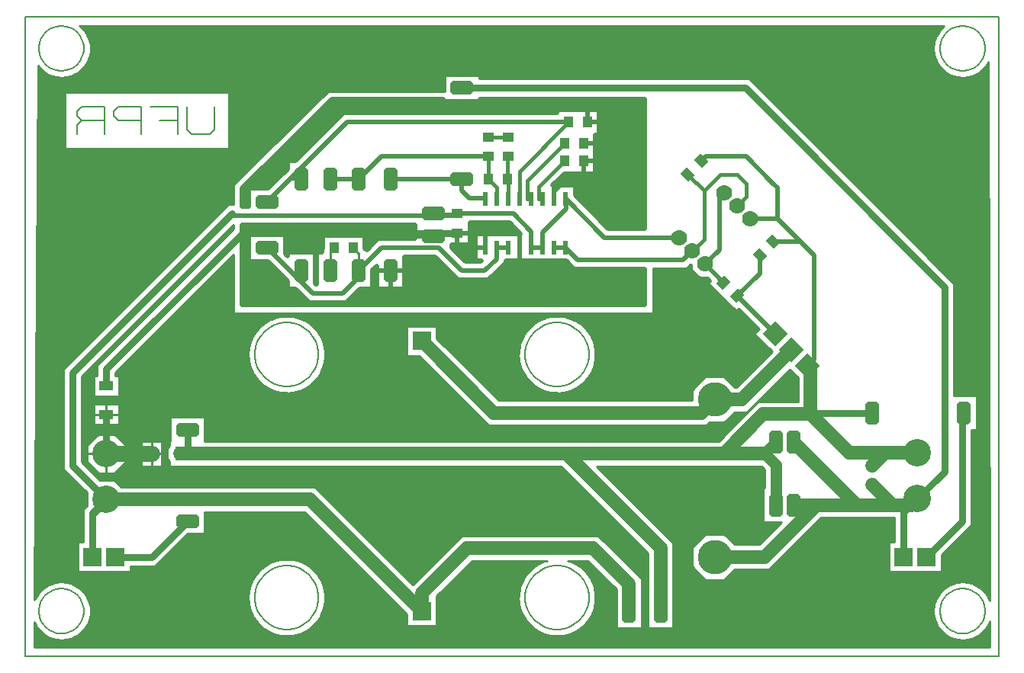
<source format=gbr>
G04 PROTEUS RS274X GERBER FILE*
%FSLAX45Y45*%
%MOMM*%
G01*
%ADD70C,1.524000*%
%ADD71C,1.778000*%
%ADD20C,0.762000*%
%ADD21C,0.508000*%
%ADD10C,0.381000*%
%ADD22C,0.254000*%
%ADD23C,1.270000*%
%ADD11C,0.762000*%
%ADD12C,3.048000*%
%ADD13R,2.032000X2.032000*%
%AMPPAD004*
4,1,4,
0.000000,1.436840,
1.436840,0.000000,
0.000000,-1.436840,
-1.436840,0.000000,
0.000000,1.436840,
0*%
%ADD14PPAD004*%
%ADD15C,3.810000*%
%AMDIL006*
4,1,8,
-0.762000,0.965200,-0.457200,1.270000,0.457200,1.270000,0.762000,0.965200,0.762000,-0.965200,
0.457200,-1.270000,-0.457200,-1.270000,-0.762000,-0.965200,-0.762000,0.965200,
0*%
%ADD16DIL006*%
%ADD24R,1.270000X1.016000*%
%ADD25R,1.016000X1.524000*%
%ADD26R,1.524000X1.016000*%
%ADD27R,0.609600X1.498600*%
%AMPPAD020*
4,1,4,
0.089800,0.808220,
0.808220,0.089800,
-0.089800,-0.808220,
-0.808220,-0.089800,
0.089800,0.808220,
0*%
%ADD28PPAD020*%
%AMPPAD021*
4,1,4,
0.808220,-0.089800,
0.089800,-0.808220,
-0.808220,0.089800,
-0.089800,0.808220,
0.808220,-0.089800,
0*%
%ADD29PPAD021*%
%ADD17C,1.778000*%
%AMDIL008*
4,1,8,
-1.270000,0.457200,-0.965200,0.762000,0.965200,0.762000,1.270000,0.457200,1.270000,-0.457200,
0.965200,-0.762000,-0.965200,-0.762000,-1.270000,-0.457200,-1.270000,0.457200,
0*%
%ADD18DIL008*%
%ADD72R,1.016000X1.270000*%
%ADD19C,0.203200*%
%TD.AperFunction*%
G36*
X+9757520Y+4465102D02*
X+9713824Y+4402466D01*
X+9710550Y+4393613D01*
X+9683591Y+4320704D01*
X+9675909Y+4250000D01*
X+9676773Y+4242043D01*
X+9683591Y+4179296D01*
X+9713824Y+4097534D01*
X+9719227Y+4089788D01*
X+9757520Y+4034898D01*
X+9810649Y+3986974D01*
X+9870586Y+3952896D01*
X+9877997Y+3950548D01*
X+9934592Y+3932623D01*
X+9942139Y+3931854D01*
X+10000000Y+3925961D01*
X+10065408Y+3932623D01*
X+10129414Y+3952896D01*
X+10136169Y+3956736D01*
X+10189351Y+3986974D01*
X+10195310Y+3992349D01*
X+10242480Y+4034898D01*
X+10286176Y+4097534D01*
X+10287750Y+4101791D01*
X+10299025Y-1882281D01*
X+10286176Y-1847534D01*
X+10280773Y-1839788D01*
X+10242480Y-1784898D01*
X+10189351Y-1736974D01*
X+10129414Y-1702896D01*
X+10122003Y-1700548D01*
X+10065408Y-1682623D01*
X+10057861Y-1681854D01*
X+10000000Y-1675961D01*
X+9934592Y-1682623D01*
X+9870586Y-1702896D01*
X+9863831Y-1706736D01*
X+9810649Y-1736974D01*
X+9804690Y-1742349D01*
X+9757520Y-1784898D01*
X+9713824Y-1847534D01*
X+9710550Y-1856387D01*
X+9683591Y-1929296D01*
X+9675909Y-2000000D01*
X+9676773Y-2007957D01*
X+9683591Y-2070704D01*
X+9713824Y-2152466D01*
X+9719227Y-2160212D01*
X+9757520Y-2215102D01*
X+9810649Y-2263026D01*
X+9870586Y-2297104D01*
X+9877997Y-2299452D01*
X+9934592Y-2317377D01*
X+9942139Y-2318146D01*
X+10000000Y-2324039D01*
X+10065408Y-2317377D01*
X+10129414Y-2297104D01*
X+10136169Y-2293264D01*
X+10189351Y-2263026D01*
X+10195310Y-2257651D01*
X+10242480Y-2215102D01*
X+10286176Y-2152466D01*
X+10289450Y-2143613D01*
X+10299466Y-2116526D01*
X+10300000Y-2400000D01*
X-300000Y-2400000D01*
X-298134Y-2120127D01*
X-286176Y-2152466D01*
X-280773Y-2160212D01*
X-242480Y-2215102D01*
X-189351Y-2263026D01*
X-129414Y-2297104D01*
X-122003Y-2299452D01*
X-65408Y-2317377D01*
X-57861Y-2318146D01*
X+0Y-2324039D01*
X+65408Y-2317377D01*
X+129414Y-2297104D01*
X+136169Y-2293264D01*
X+189351Y-2263026D01*
X+195310Y-2257651D01*
X+242480Y-2215102D01*
X+286176Y-2152466D01*
X+289450Y-2143613D01*
X+316409Y-2070704D01*
X+323659Y-2030511D01*
X+323659Y-1969489D01*
X+316409Y-1929296D01*
X+286176Y-1847534D01*
X+280773Y-1839788D01*
X+242480Y-1784898D01*
X+189351Y-1736974D01*
X+129414Y-1702896D01*
X+122003Y-1700548D01*
X+65408Y-1682623D01*
X+57861Y-1681854D01*
X+0Y-1675961D01*
X-65408Y-1682623D01*
X-129414Y-1702896D01*
X-136169Y-1706736D01*
X-189351Y-1736974D01*
X-195310Y-1742349D01*
X-242480Y-1784898D01*
X-286176Y-1847534D01*
X-289450Y-1856387D01*
X-296503Y-1875462D01*
X-256962Y+4055657D01*
X-242480Y+4034898D01*
X-189351Y+3986974D01*
X-129414Y+3952896D01*
X-122003Y+3950548D01*
X-65408Y+3932623D01*
X-57861Y+3931854D01*
X+0Y+3925961D01*
X+65408Y+3932623D01*
X+129414Y+3952896D01*
X+136169Y+3956736D01*
X+189351Y+3986974D01*
X+195310Y+3992349D01*
X+242480Y+4034898D01*
X+286176Y+4097534D01*
X+289450Y+4106387D01*
X+316409Y+4179296D01*
X+323659Y+4219489D01*
X+323659Y+4280511D01*
X+316409Y+4320704D01*
X+286176Y+4402466D01*
X+280773Y+4410212D01*
X+242480Y+4465102D01*
X+203792Y+4500000D01*
X+9796208Y+4500000D01*
X+9757520Y+4465102D01*
G37*
%LPC*%
G36*
X+4635499Y+3911599D02*
X+7632083Y+3911599D01*
X+9901599Y+1642083D01*
X+9901599Y+390499D01*
X+10155699Y+390499D01*
X+10155699Y+9501D01*
X+10094614Y+9501D01*
X+10094614Y-1049068D01*
X+9765099Y-1378583D01*
X+9765099Y-1565099D01*
X+9180901Y-1565099D01*
X+9180901Y-1234901D01*
X+9244401Y-1234901D01*
X+9244401Y-965199D01*
X+8432365Y-965199D01*
X+7857865Y-1539699D01*
X+7469510Y-1539699D01*
X+7355210Y-1653999D01*
X+7144790Y-1653999D01*
X+6996001Y-1505210D01*
X+6996001Y-1294790D01*
X+7144790Y-1146001D01*
X+7355210Y-1146001D01*
X+7469510Y-1260301D01*
X+7742135Y-1260301D01*
X+7986437Y-1015999D01*
X+7788301Y-1015999D01*
X+7788301Y-635001D01*
X+7801001Y-635001D01*
X+7801001Y-425603D01*
X+7765097Y-389699D01*
X+5937263Y-389699D01*
X+6789699Y-1242135D01*
X+6789699Y-2190499D01*
X+6510301Y-2190499D01*
X+6510301Y-1357865D01*
X+5542135Y-389699D01*
X+1200661Y-389699D01*
X+1200661Y-333265D01*
X+1175261Y-307865D01*
X+1175261Y-192135D01*
X+1200661Y-166735D01*
X+1200661Y-110301D01*
X+1209501Y-110301D01*
X+1209501Y+155699D01*
X+1590499Y+155699D01*
X+1590499Y-110301D01*
X+7292135Y-110301D01*
X+7729635Y+327199D01*
X+8172801Y+327199D01*
X+8172801Y+593715D01*
X+8082040Y+684476D01*
X+7607865Y+210301D01*
X+7469510Y+210301D01*
X+7355210Y+96001D01*
X+7193565Y+96001D01*
X+7157865Y+60301D01*
X+4742135Y+60301D01*
X+3967535Y+834901D01*
X+3834901Y+834901D01*
X+3834901Y+1165099D01*
X+4165099Y+1165099D01*
X+4165099Y+1032465D01*
X+4857865Y+339699D01*
X+6996001Y+339699D01*
X+6996001Y+455210D01*
X+7144790Y+603999D01*
X+7355210Y+603999D01*
X+7469510Y+489699D01*
X+7492135Y+489699D01*
X+7884476Y+882040D01*
X+7866515Y+900000D01*
X+7686910Y+1079605D01*
X+7740792Y+1133486D01*
X+7517960Y+1356318D01*
X+7491020Y+1329377D01*
X+7178509Y+1641888D01*
X+7205450Y+1668828D01*
X+7170362Y+1703916D01*
X+7080558Y+1703916D01*
X+6991285Y+1793189D01*
X+6991285Y+1847601D01*
X+6973323Y+1847601D01*
X+6936823Y+1811101D01*
X+6565900Y+1811101D01*
X+6565900Y+1308040D01*
X+1911100Y+1311160D01*
X+1911100Y+1957918D01*
X+601599Y+648417D01*
X+601599Y+614299D01*
X+639699Y+614299D01*
X+639699Y+385701D01*
X+360301Y+385701D01*
X+360301Y+614299D01*
X+398401Y+614299D01*
X+398401Y+732583D01*
X+1911100Y+2245282D01*
X+1911100Y+2287110D01*
X+228599Y+604609D01*
X+228599Y-342917D01*
X+427783Y-542101D01*
X+589428Y-542101D01*
X+665628Y-618301D01*
X+2815865Y-618301D01*
X+3900000Y-1702436D01*
X+4442135Y-1160301D01*
X+5957865Y-1160301D01*
X+6439699Y-1642135D01*
X+6439699Y-2190499D01*
X+6160301Y-2190499D01*
X+6160301Y-1757865D01*
X+5842135Y-1439699D01*
X+5614353Y-1439699D01*
X+5643939Y-1447469D01*
X+5712198Y-1478878D01*
X+5775133Y-1522779D01*
X+5830663Y-1578976D01*
X+5876742Y-1647761D01*
X+5879578Y-1654723D01*
X+5879579Y-1654722D01*
X+5911417Y-1732867D01*
X+5927212Y-1819489D01*
X+5927212Y-1880511D01*
X+5911417Y-1967133D01*
X+5876742Y-2052239D01*
X+5872561Y-2058481D01*
X+5830663Y-2121024D01*
X+5822197Y-2129592D01*
X+5775133Y-2177221D01*
X+5769614Y-2181071D01*
X+5712198Y-2221122D01*
X+5697845Y-2227726D01*
X+5643939Y-2252531D01*
X+5637710Y-2254167D01*
X+5572518Y-2271288D01*
X+5500000Y-2277479D01*
X+5490165Y-2276639D01*
X+5427482Y-2271288D01*
X+5356061Y-2252531D01*
X+5287802Y-2221122D01*
X+5224867Y-2177221D01*
X+5169337Y-2121024D01*
X+5123258Y-2052239D01*
X+5120422Y-2045277D01*
X+5120421Y-2045278D01*
X+5088583Y-1967133D01*
X+5072060Y-1850000D01*
X+5073511Y-1839712D01*
X+5088583Y-1732867D01*
X+5123258Y-1647761D01*
X+5127439Y-1641519D01*
X+5169337Y-1578976D01*
X+5177803Y-1570408D01*
X+5224867Y-1522779D01*
X+5230386Y-1518929D01*
X+5287802Y-1478878D01*
X+5302155Y-1472274D01*
X+5356061Y-1447469D01*
X+5385647Y-1439699D01*
X+4557865Y-1439699D01*
X+4162663Y-1834901D01*
X+4165099Y-1834901D01*
X+4165099Y-2165099D01*
X+3834901Y-2165099D01*
X+3834901Y-2032465D01*
X+2700135Y-897699D01*
X+1590499Y-897699D01*
X+1590499Y-1139699D01*
X+1403983Y-1139699D01*
X+1042083Y-1501599D01*
X+765099Y-1501599D01*
X+765099Y-1565099D01*
X+180901Y-1565099D01*
X+180901Y-1234901D01*
X+244401Y-1234901D01*
X+244401Y-869917D01*
X+284101Y-830217D01*
X+284101Y-685783D01*
X+25401Y-427083D01*
X+25401Y+688775D01*
X+1851765Y+2515139D01*
X+1911100Y+2515139D01*
X+1911100Y+2737271D01*
X+2963622Y+3771900D01*
X+4254501Y+3771900D01*
X+4254501Y+3949699D01*
X+4635499Y+3949699D01*
X+4635499Y+3911599D01*
G37*
G36*
X+2509835Y+1276639D02*
X+2572518Y+1271288D01*
X+2643939Y+1252531D01*
X+2712198Y+1221122D01*
X+2775133Y+1177221D01*
X+2830663Y+1121024D01*
X+2876742Y+1052239D01*
X+2879578Y+1045277D01*
X+2879579Y+1045278D01*
X+2911417Y+967133D01*
X+2927212Y+880511D01*
X+2927212Y+819489D01*
X+2911417Y+732867D01*
X+2876742Y+647761D01*
X+2872561Y+641519D01*
X+2830663Y+578976D01*
X+2822197Y+570408D01*
X+2775133Y+522779D01*
X+2769614Y+518929D01*
X+2712198Y+478878D01*
X+2697845Y+472274D01*
X+2643939Y+447469D01*
X+2637710Y+445833D01*
X+2572518Y+428712D01*
X+2500000Y+422521D01*
X+2490165Y+423361D01*
X+2427482Y+428712D01*
X+2356061Y+447469D01*
X+2287802Y+478878D01*
X+2224867Y+522779D01*
X+2169337Y+578976D01*
X+2123258Y+647761D01*
X+2120422Y+654723D01*
X+2120421Y+654722D01*
X+2088583Y+732867D01*
X+2072060Y+850000D01*
X+2073511Y+860288D01*
X+2088583Y+967133D01*
X+2123258Y+1052239D01*
X+2127439Y+1058481D01*
X+2169337Y+1121024D01*
X+2177803Y+1129592D01*
X+2224867Y+1177221D01*
X+2230386Y+1181071D01*
X+2287802Y+1221122D01*
X+2302155Y+1227726D01*
X+2356061Y+1252531D01*
X+2362290Y+1254167D01*
X+2427482Y+1271288D01*
X+2500000Y+1277479D01*
X+2509835Y+1276639D01*
G37*
G36*
X+2509835Y-1423361D02*
X+2572518Y-1428712D01*
X+2643939Y-1447469D01*
X+2712198Y-1478878D01*
X+2775133Y-1522779D01*
X+2830663Y-1578976D01*
X+2876742Y-1647761D01*
X+2879578Y-1654723D01*
X+2879579Y-1654722D01*
X+2911417Y-1732867D01*
X+2927212Y-1819489D01*
X+2927212Y-1880511D01*
X+2911417Y-1967133D01*
X+2876742Y-2052239D01*
X+2872561Y-2058481D01*
X+2830663Y-2121024D01*
X+2822197Y-2129592D01*
X+2775133Y-2177221D01*
X+2769614Y-2181071D01*
X+2712198Y-2221122D01*
X+2697845Y-2227726D01*
X+2643939Y-2252531D01*
X+2637710Y-2254167D01*
X+2572518Y-2271288D01*
X+2500000Y-2277479D01*
X+2490165Y-2276639D01*
X+2427482Y-2271288D01*
X+2356061Y-2252531D01*
X+2287802Y-2221122D01*
X+2224867Y-2177221D01*
X+2169337Y-2121024D01*
X+2123258Y-2052239D01*
X+2120422Y-2045277D01*
X+2120421Y-2045278D01*
X+2088583Y-1967133D01*
X+2072060Y-1850000D01*
X+2073511Y-1839712D01*
X+2088583Y-1732867D01*
X+2123258Y-1647761D01*
X+2127439Y-1641519D01*
X+2169337Y-1578976D01*
X+2177803Y-1570408D01*
X+2224867Y-1522779D01*
X+2230386Y-1518929D01*
X+2287802Y-1478878D01*
X+2302155Y-1472274D01*
X+2356061Y-1447469D01*
X+2362290Y-1445833D01*
X+2427482Y-1428712D01*
X+2500000Y-1422521D01*
X+2509835Y-1423361D01*
G37*
G36*
X+5509835Y+1276639D02*
X+5572518Y+1271288D01*
X+5643939Y+1252531D01*
X+5712198Y+1221122D01*
X+5775133Y+1177221D01*
X+5830663Y+1121024D01*
X+5876742Y+1052239D01*
X+5879578Y+1045277D01*
X+5879579Y+1045278D01*
X+5911417Y+967133D01*
X+5927212Y+880511D01*
X+5927212Y+819489D01*
X+5911417Y+732867D01*
X+5876742Y+647761D01*
X+5872561Y+641519D01*
X+5830663Y+578976D01*
X+5822197Y+570408D01*
X+5775133Y+522779D01*
X+5769614Y+518929D01*
X+5712198Y+478878D01*
X+5697845Y+472274D01*
X+5643939Y+447469D01*
X+5637710Y+445833D01*
X+5572518Y+428712D01*
X+5500000Y+422521D01*
X+5490165Y+423361D01*
X+5427482Y+428712D01*
X+5356061Y+447469D01*
X+5287802Y+478878D01*
X+5224867Y+522779D01*
X+5169337Y+578976D01*
X+5123258Y+647761D01*
X+5120422Y+654723D01*
X+5120421Y+654722D01*
X+5088583Y+732867D01*
X+5072060Y+850000D01*
X+5073511Y+860288D01*
X+5088583Y+967133D01*
X+5123258Y+1052239D01*
X+5127439Y+1058481D01*
X+5169337Y+1121024D01*
X+5177803Y+1129592D01*
X+5224867Y+1177221D01*
X+5230386Y+1181071D01*
X+5287802Y+1221122D01*
X+5302155Y+1227726D01*
X+5356061Y+1252531D01*
X+5362290Y+1254167D01*
X+5427482Y+1271288D01*
X+5500000Y+1277479D01*
X+5509835Y+1276639D01*
G37*
G36*
X+1863500Y+3136500D02*
X+36500Y+3136500D01*
X+36500Y+3763500D01*
X+1863500Y+3763500D01*
X+1863500Y+3136500D01*
G37*
G36*
X+589428Y-465899D02*
X+410572Y-465899D01*
X+284101Y-339428D01*
X+284101Y-160572D01*
X+410572Y-34101D01*
X+589428Y-34101D01*
X+715899Y-160572D01*
X+715899Y-339428D01*
X+589428Y-465899D01*
G37*
G36*
X+1114299Y-389699D02*
X+885701Y-389699D01*
X+885701Y-110301D01*
X+1114299Y-110301D01*
X+1114299Y-389699D01*
G37*
G36*
X+360301Y+70741D02*
X+360301Y+299339D01*
X+639699Y+299339D01*
X+639699Y+70741D01*
X+360301Y+70741D01*
G37*
%LPD*%
G36*
X+6477000Y+2245283D02*
X+6070399Y+2245283D01*
X+5699299Y+2616383D01*
X+5699299Y+2730509D01*
X+5451851Y+2730509D01*
X+5581643Y+2860301D01*
X+5926999Y+2860301D01*
X+5926999Y+3289301D01*
X+5968999Y+3289301D01*
X+5968999Y+3568699D01*
X+5501641Y+3568699D01*
X+5501641Y+3530599D01*
X+3132917Y+3530599D01*
X+2599517Y+2997199D01*
X+2514601Y+2997199D01*
X+2514601Y+2912283D01*
X+2294717Y+2692399D01*
X+2082801Y+2692399D01*
X+2082801Y+2489199D01*
X+2000000Y+2489199D01*
X+2000000Y+2700000D01*
X+3000000Y+3683000D01*
X+4241801Y+3683000D01*
X+4241801Y+3657601D01*
X+4648199Y+3657601D01*
X+4648199Y+3683000D01*
X+6477000Y+3683000D01*
X+6477000Y+2245283D01*
G37*
%LPC*%
G36*
X+6026013Y+2659834D02*
X+6026013Y+2696658D01*
X+6052051Y+2722696D01*
X+6088875Y+2722696D01*
X+6114913Y+2696658D01*
X+6114913Y+2659834D01*
X+6088875Y+2633796D01*
X+6052051Y+2633796D01*
X+6026013Y+2659834D01*
G37*
%LPD*%
G36*
X+3924301Y+2260601D02*
X+3924301Y+2133599D01*
X+3513917Y+2133599D01*
X+3388270Y+2007952D01*
X+3365499Y+2030723D01*
X+3365499Y+2171699D01*
X+2898141Y+2171699D01*
X+2898141Y+2030723D01*
X+2895601Y+2028183D01*
X+2895601Y+1981199D01*
X+2832101Y+1981199D01*
X+2832101Y+1629581D01*
X+2819399Y+1642283D01*
X+2819399Y+1981199D01*
X+2514601Y+1981199D01*
X+2514601Y+1947081D01*
X+2489199Y+1972483D01*
X+2489199Y+2184399D01*
X+2082801Y+2184399D01*
X+2082801Y+1879601D01*
X+2294717Y+1879601D01*
X+2514601Y+1659717D01*
X+2514601Y+1574801D01*
X+2599516Y+1574801D01*
X+2624917Y+1549401D01*
X+2751917Y+1422401D01*
X+3166083Y+1422401D01*
X+3318483Y+1574801D01*
X+3454399Y+1574801D01*
X+3454399Y+1786717D01*
X+3503601Y+1835919D01*
X+3503601Y+1574801D01*
X+3808399Y+1574801D01*
X+3808399Y+1930401D01*
X+4148917Y+1930401D01*
X+4402917Y+1676401D01*
X+4741082Y+1676401D01*
X+4932219Y+1867538D01*
X+4932219Y+1888251D01*
X+5600067Y+1888251D01*
X+5689917Y+1798401D01*
X+6477000Y+1798401D01*
X+6477000Y+1397000D01*
X+2000000Y+1400000D01*
X+2000000Y+2286001D01*
X+3924301Y+2286001D01*
X+3924301Y+2260601D01*
G37*
%LPC*%
G36*
X+6029026Y+1635399D02*
X+6029026Y+1672223D01*
X+6055064Y+1698261D01*
X+6091888Y+1698261D01*
X+6117926Y+1672223D01*
X+6117926Y+1635399D01*
X+6091888Y+1609361D01*
X+6055064Y+1609361D01*
X+6029026Y+1635399D01*
G37*
%LPD*%
G36*
X+5095309Y+2190509D02*
X+4596941Y+2190509D01*
X+4596941Y+1888251D01*
X+4665568Y+1888251D01*
X+4656916Y+1879599D01*
X+4487083Y+1879599D01*
X+4330699Y+2035983D01*
X+4330699Y+2073181D01*
X+4530819Y+2073181D01*
X+4530819Y+2311941D01*
X+4973877Y+2311941D01*
X+5095309Y+2190509D01*
G37*
D70*
X+9000000Y-386640D02*
X+9144640Y-242000D01*
D71*
X+500000Y-250000D02*
X+1000000Y-250000D01*
D20*
X+500000Y+185040D02*
X+500000Y-250000D01*
D21*
X+4830620Y+2039380D02*
X+4957620Y+2039380D01*
D20*
X+4127500Y+2163000D02*
X+4164680Y+2200180D01*
D21*
X+4391120Y+2413540D02*
X+4391120Y+2387600D01*
X+1893848Y+2387600D01*
X+1893848Y+2413540D01*
X+4391120Y+2413540D02*
X+5015960Y+2413540D01*
X+5211620Y+2217880D01*
X+5211620Y+2039380D01*
D10*
X+5084620Y+2579380D02*
X+5084620Y+2884980D01*
X+5628640Y+3429000D01*
X+4957620Y+2579380D02*
X+4957620Y+2789380D01*
X+4953000Y+2794000D01*
X+4953000Y+3043380D01*
X+4957620Y+3048000D01*
X+4739640Y+2794000D02*
X+4739640Y+3048000D01*
X+4739640Y+3261360D02*
X+4957620Y+3261360D01*
X+4830620Y+2579380D02*
X+4830620Y+2703020D01*
X+4739640Y+2794000D01*
D22*
X+2667000Y+2794000D02*
X+2540000Y+2794000D01*
X+4127500Y+2413000D02*
X+4390580Y+2413000D01*
X+4391120Y+2413540D01*
D20*
X+4391120Y+2200180D02*
X+4183500Y+2200180D01*
X+4127500Y+2163000D01*
X+4183500Y+2200180D02*
X+4164680Y+2200180D01*
D21*
X+3302000Y+1778000D02*
X+3556000Y+2032000D01*
X+4191000Y+2032000D01*
X+4445000Y+1778000D01*
X+4698999Y+1778000D01*
X+4830620Y+1909621D01*
X+4830620Y+2039380D01*
D22*
X+2984500Y+1778000D02*
X+2984500Y+1991360D01*
X+3025140Y+2032000D01*
X+3238500Y+2032000D02*
X+3302000Y+1968500D01*
X+3302000Y+1778000D01*
D21*
X+2984500Y+2794000D02*
X+3302000Y+2794000D01*
X+2667000Y+1778000D02*
X+2667000Y+1651000D01*
D23*
X+7928000Y-825500D02*
X+7928000Y-373000D01*
X+7805000Y-250000D01*
X+7928000Y-127000D01*
D70*
X+8128000Y-825500D02*
X+8374500Y-825500D01*
X+9000000Y-600000D02*
X+9219950Y-819950D01*
X+9219950Y-825500D01*
D21*
X+7500000Y+1500000D02*
X+7920395Y+1079605D01*
D70*
X+8312500Y+187500D02*
X+8742000Y-242000D01*
X+9144640Y-242000D01*
D21*
X+7900000Y+2100000D02*
X+8199999Y+2100000D01*
X+8275000Y+2025000D02*
X+8350000Y+1949999D01*
X+8350000Y+790789D01*
X+8279606Y+720395D01*
D70*
X+7250000Y+350000D02*
X+7550000Y+350000D01*
X+8100000Y+900000D01*
D10*
X+5338620Y+2579380D02*
X+5296620Y+2579380D01*
X+5296620Y+2709980D01*
X+5586640Y+3000000D01*
X+5211620Y+2579380D02*
X+5169620Y+2579380D01*
X+5169620Y+2782980D01*
X+5586640Y+3200000D01*
D20*
X+1400000Y+16000D02*
X+1400000Y-250000D01*
D70*
X+1314960Y-250000D02*
X+1400000Y-250000D01*
X+546000Y-758000D02*
X+2758000Y-758000D01*
X+4000000Y-2000000D01*
D20*
X+600000Y-1400000D02*
X+1000000Y-1400000D01*
X+1400000Y-1000000D01*
X+346000Y-1400000D02*
X+346000Y-958000D01*
D22*
X+546000Y-758000D01*
D20*
X+346000Y-958000D02*
X+346000Y-912000D01*
X+500000Y-758000D01*
X+9346000Y-1400000D02*
X+9346000Y-904000D01*
X+9424500Y-825500D01*
D22*
X+9500000Y-750000D01*
D70*
X+9219950Y-825500D02*
X+9424500Y-825500D01*
D20*
X+9600000Y-1400000D02*
X+9993015Y-1006985D01*
X+9993015Y+111100D01*
X+10016000Y+200000D01*
X+9000000Y+200000D02*
X+8312500Y+200000D01*
D22*
X+8284194Y+200000D01*
X+8271694Y+187500D01*
D70*
X+8279606Y+720395D02*
X+8312500Y+687501D01*
X+8312500Y+200000D01*
X+8312500Y+187500D01*
X+8271694Y+187500D02*
X+8312500Y+187500D01*
X+4000000Y+1000000D02*
X+4800000Y+200000D01*
X+7100000Y+200000D01*
X+7250000Y+350000D01*
X+6300000Y-2000000D02*
X+6300000Y-1700000D01*
X+5900000Y-1300000D01*
X+4500000Y-1300000D01*
X+4000000Y-1800000D01*
X+4000000Y-2000000D01*
D21*
X+3656000Y+2794000D02*
X+4445000Y+2794000D01*
D70*
X+9144640Y-242000D02*
X+9347600Y-242000D01*
X+9500000Y-242000D01*
X+5600000Y-250000D02*
X+7246000Y-250000D01*
D20*
X+1893848Y+2413540D02*
X+127000Y+646692D01*
X+127000Y-385000D01*
X+500000Y-758000D01*
D21*
X+2540000Y+2794000D02*
X+3175000Y+3429000D01*
X+5628640Y+3429000D01*
X+2540000Y+2794000D02*
X+2286000Y+2540000D01*
D20*
X+500000Y+500000D02*
X+500000Y+690500D01*
X+2009680Y+2200180D01*
X+4164680Y+2200180D01*
D21*
X+3302000Y+2794000D02*
X+3556000Y+3048000D01*
X+4739640Y+3048000D01*
X+2667000Y+1651000D02*
X+2286000Y+2032000D01*
D70*
X+7250000Y-1400000D02*
X+7800000Y-1400000D01*
X+8374500Y-825500D01*
X+8826500Y-825500D01*
X+8128000Y-127000D02*
X+8826500Y-825500D01*
X+9219950Y-825500D01*
D21*
X+7349132Y+1650868D02*
X+7143684Y+1856315D01*
X+8199999Y+2100000D02*
X+8275000Y+2025000D01*
D70*
X+5600000Y-250000D02*
X+1400000Y-250000D01*
D21*
X+4445000Y+2794000D02*
X+4445000Y+2667000D01*
X+4528000Y+2584000D01*
X+4699000Y+2584000D01*
X+4703620Y+2579380D01*
D70*
X+6650000Y-2000000D02*
X+6650000Y-1300000D01*
X+5600000Y-250000D01*
X+7246000Y-250000D02*
X+7350000Y-250000D01*
X+7787500Y+187500D01*
X+8271694Y+187500D01*
X+7350000Y-250000D02*
X+7805000Y-250000D01*
D21*
X+2667000Y+1651000D02*
X+2794000Y+1524000D01*
X+3124000Y+1524000D01*
X+3302000Y+1702000D01*
X+3302000Y+1778000D01*
D20*
X+9500000Y-750000D02*
X+9800000Y-450000D01*
X+9800000Y+1600000D01*
X+7590000Y+3810000D01*
X+4445000Y+3810000D01*
D10*
X+7000000Y+2000000D02*
X+7130000Y+2130000D01*
X+7130000Y+2670000D01*
X+6950868Y+2849132D01*
X+6949132Y+2849132D01*
X+7600000Y+2750000D02*
X+7500000Y+2850000D01*
X+7130000Y+2670000D02*
X+7310000Y+2850000D01*
X+7500000Y+2850000D01*
X+7600000Y+2750000D02*
X+7600000Y+2600000D01*
X+7500000Y+2500000D01*
D21*
X+7643684Y+2356316D02*
X+7943683Y+2356316D01*
X+8200000Y+2100000D01*
X+8199999Y+2100000D01*
X+7900000Y+2750000D02*
X+7943683Y+2706317D01*
X+7943683Y+2700000D01*
X+7943683Y+2356316D02*
X+7943683Y+2700000D01*
X+7900000Y+2750000D02*
X+7600000Y+3050000D01*
X+7150000Y+3050000D01*
X+7100000Y+3000000D01*
X+5338620Y+2039380D02*
X+5211620Y+2039380D01*
D10*
X+5084620Y+2039380D02*
X+5084620Y+1765380D01*
X+5196189Y+1653811D01*
X+6073476Y+1653811D01*
X+6070463Y+2678246D02*
X+5998709Y+2750000D01*
X+5550000Y+2750000D01*
X+5465620Y+2665620D01*
X+5465620Y+2579380D01*
D21*
X+7000000Y+2000000D02*
X+6900000Y+1900000D01*
X+5732000Y+1900000D01*
X+5592620Y+2039380D01*
X+6856316Y+2143684D02*
X+6028316Y+2143684D01*
X+5597620Y+2574380D01*
D22*
X+5592620Y+2579380D01*
D21*
X+5338620Y+2039380D02*
X+5338620Y+2207880D01*
X+5597620Y+2466880D01*
X+5597620Y+2574380D01*
X+5592620Y+2039380D02*
X+5465620Y+2039380D01*
X+7500000Y+1500000D02*
X+7749131Y+1749131D01*
X+7749131Y+1949132D01*
X+7143684Y+1856315D02*
X+7300000Y+2012631D01*
X+7300000Y+2587368D01*
X+7356316Y+2643684D01*
D11*
X+6073476Y+1653811D03*
X+6070463Y+2678246D03*
D22*
X+9757520Y+4465102D02*
X+9713824Y+4402466D01*
X+9710550Y+4393613D01*
X+9683591Y+4320704D01*
X+9675909Y+4250000D01*
X+9676773Y+4242043D01*
X+9683591Y+4179296D01*
X+9713824Y+4097534D01*
X+9719227Y+4089788D01*
X+9757520Y+4034898D01*
X+9810649Y+3986974D01*
X+9870586Y+3952896D01*
X+9877997Y+3950548D01*
X+9934592Y+3932623D01*
X+9942139Y+3931854D01*
X+10000000Y+3925961D01*
X+10065408Y+3932623D01*
X+10129414Y+3952896D01*
X+10136169Y+3956736D01*
X+10189351Y+3986974D01*
X+10195310Y+3992349D01*
X+10242480Y+4034898D01*
X+10286176Y+4097534D01*
X+10287750Y+4101791D01*
X+10299025Y-1882281D01*
X+10286176Y-1847534D01*
X+10280773Y-1839788D01*
X+10242480Y-1784898D01*
X+10189351Y-1736974D01*
X+10129414Y-1702896D01*
X+10122003Y-1700548D01*
X+10065408Y-1682623D01*
X+10057861Y-1681854D01*
X+10000000Y-1675961D01*
X+9934592Y-1682623D01*
X+9870586Y-1702896D01*
X+9863831Y-1706736D01*
X+9810649Y-1736974D01*
X+9804690Y-1742349D01*
X+9757520Y-1784898D01*
X+9713824Y-1847534D01*
X+9710550Y-1856387D01*
X+9683591Y-1929296D01*
X+9675909Y-2000000D01*
X+9676773Y-2007957D01*
X+9683591Y-2070704D01*
X+9713824Y-2152466D01*
X+9719227Y-2160212D01*
X+9757520Y-2215102D01*
X+9810649Y-2263026D01*
X+9870586Y-2297104D01*
X+9877997Y-2299452D01*
X+9934592Y-2317377D01*
X+9942139Y-2318146D01*
X+10000000Y-2324039D01*
X+10065408Y-2317377D01*
X+10129414Y-2297104D01*
X+10136169Y-2293264D01*
X+10189351Y-2263026D01*
X+10195310Y-2257651D01*
X+10242480Y-2215102D01*
X+10286176Y-2152466D01*
X+10289450Y-2143613D01*
X+10299466Y-2116526D01*
X+10300000Y-2400000D01*
X-300000Y-2400000D01*
X-298134Y-2120127D01*
X-286176Y-2152466D01*
X-280773Y-2160212D01*
X-242480Y-2215102D01*
X-189351Y-2263026D01*
X-129414Y-2297104D01*
X-122003Y-2299452D01*
X-65408Y-2317377D01*
X-57861Y-2318146D01*
X+0Y-2324039D01*
X+65408Y-2317377D01*
X+129414Y-2297104D01*
X+136169Y-2293264D01*
X+189351Y-2263026D01*
X+195310Y-2257651D01*
X+242480Y-2215102D01*
X+286176Y-2152466D01*
X+289450Y-2143613D01*
X+316409Y-2070704D01*
X+323659Y-2030511D01*
X+323659Y-1969489D01*
X+316409Y-1929296D01*
X+286176Y-1847534D01*
X+280773Y-1839788D01*
X+242480Y-1784898D01*
X+189351Y-1736974D01*
X+129414Y-1702896D01*
X+122003Y-1700548D01*
X+65408Y-1682623D01*
X+57861Y-1681854D01*
X+0Y-1675961D01*
X-65408Y-1682623D01*
X-129414Y-1702896D01*
X-136169Y-1706736D01*
X-189351Y-1736974D01*
X-195310Y-1742349D01*
X-242480Y-1784898D01*
X-286176Y-1847534D01*
X-289450Y-1856387D01*
X-296503Y-1875462D01*
X-256962Y+4055657D01*
X-242480Y+4034898D01*
X-189351Y+3986974D01*
X-129414Y+3952896D01*
X-122003Y+3950548D01*
X-65408Y+3932623D01*
X-57861Y+3931854D01*
X+0Y+3925961D01*
X+65408Y+3932623D01*
X+129414Y+3952896D01*
X+136169Y+3956736D01*
X+189351Y+3986974D01*
X+195310Y+3992349D01*
X+242480Y+4034898D01*
X+286176Y+4097534D01*
X+289450Y+4106387D01*
X+316409Y+4179296D01*
X+323659Y+4219489D01*
X+323659Y+4280511D01*
X+316409Y+4320704D01*
X+286176Y+4402466D01*
X+280773Y+4410212D01*
X+242480Y+4465102D01*
X+203792Y+4500000D01*
X+9796208Y+4500000D01*
X+9757520Y+4465102D01*
X+4635499Y+3911599D02*
X+7632083Y+3911599D01*
X+9901599Y+1642083D01*
X+9901599Y+390499D01*
X+10155699Y+390499D01*
X+10155699Y+9501D01*
X+10094614Y+9501D01*
X+10094614Y-1049068D01*
X+9765099Y-1378583D01*
X+9765099Y-1565099D01*
X+9180901Y-1565099D01*
X+9180901Y-1234901D01*
X+9244401Y-1234901D01*
X+9244401Y-965199D01*
X+8432365Y-965199D01*
X+7857865Y-1539699D01*
X+7469510Y-1539699D01*
X+7355210Y-1653999D01*
X+7144790Y-1653999D01*
X+6996001Y-1505210D01*
X+6996001Y-1294790D01*
X+7144790Y-1146001D01*
X+7355210Y-1146001D01*
X+7469510Y-1260301D01*
X+7742135Y-1260301D01*
X+7986437Y-1015999D01*
X+7788301Y-1015999D01*
X+7788301Y-635001D01*
X+7801001Y-635001D01*
X+7801001Y-425603D01*
X+7765097Y-389699D01*
X+5937263Y-389699D01*
X+6789699Y-1242135D01*
X+6789699Y-2190499D01*
X+6510301Y-2190499D01*
X+6510301Y-1357865D01*
X+5542135Y-389699D01*
X+1200661Y-389699D01*
X+1200661Y-333265D01*
X+1175261Y-307865D01*
X+1175261Y-192135D01*
X+1200661Y-166735D01*
X+1200661Y-110301D01*
X+1209501Y-110301D01*
X+1209501Y+155699D01*
X+1590499Y+155699D01*
X+1590499Y-110301D01*
X+7292135Y-110301D01*
X+7729635Y+327199D01*
X+8172801Y+327199D01*
X+8172801Y+593715D01*
X+8082040Y+684476D01*
X+7607865Y+210301D01*
X+7469510Y+210301D01*
X+7355210Y+96001D01*
X+7193565Y+96001D01*
X+7157865Y+60301D01*
X+4742135Y+60301D01*
X+3967535Y+834901D01*
X+3834901Y+834901D01*
X+3834901Y+1165099D01*
X+4165099Y+1165099D01*
X+4165099Y+1032465D01*
X+4857865Y+339699D01*
X+6996001Y+339699D01*
X+6996001Y+455210D01*
X+7144790Y+603999D01*
X+7355210Y+603999D01*
X+7469510Y+489699D01*
X+7492135Y+489699D01*
X+7884476Y+882040D01*
X+7866515Y+900000D01*
X+7686910Y+1079605D01*
X+7740792Y+1133486D01*
X+7517960Y+1356318D01*
X+7491020Y+1329377D01*
X+7178509Y+1641888D01*
X+7205450Y+1668828D01*
X+7170362Y+1703916D01*
X+7080558Y+1703916D01*
X+6991285Y+1793189D01*
X+6991285Y+1847601D01*
X+6973323Y+1847601D01*
X+6936823Y+1811101D01*
X+6565900Y+1811101D01*
X+6565900Y+1308040D01*
X+1911100Y+1311160D01*
X+1911100Y+1957918D01*
X+601599Y+648417D01*
X+601599Y+614299D01*
X+639699Y+614299D01*
X+639699Y+385701D01*
X+360301Y+385701D01*
X+360301Y+614299D01*
X+398401Y+614299D01*
X+398401Y+732583D01*
X+1911100Y+2245282D01*
X+1911100Y+2287110D01*
X+228599Y+604609D01*
X+228599Y-342917D01*
X+427783Y-542101D01*
X+589428Y-542101D01*
X+665628Y-618301D01*
X+2815865Y-618301D01*
X+3900000Y-1702436D01*
X+4442135Y-1160301D01*
X+5957865Y-1160301D01*
X+6439699Y-1642135D01*
X+6439699Y-2190499D01*
X+6160301Y-2190499D01*
X+6160301Y-1757865D01*
X+5842135Y-1439699D01*
X+5614353Y-1439699D01*
X+5643939Y-1447469D01*
X+5712198Y-1478878D01*
X+5775133Y-1522779D01*
X+5830663Y-1578976D01*
X+5876742Y-1647761D01*
X+5879578Y-1654723D01*
X+5879579Y-1654722D01*
X+5911417Y-1732867D01*
X+5927212Y-1819489D01*
X+5927212Y-1880511D01*
X+5911417Y-1967133D01*
X+5876742Y-2052239D01*
X+5872561Y-2058481D01*
X+5830663Y-2121024D01*
X+5822197Y-2129592D01*
X+5775133Y-2177221D01*
X+5769614Y-2181071D01*
X+5712198Y-2221122D01*
X+5697845Y-2227726D01*
X+5643939Y-2252531D01*
X+5637710Y-2254167D01*
X+5572518Y-2271288D01*
X+5500000Y-2277479D01*
X+5490165Y-2276639D01*
X+5427482Y-2271288D01*
X+5356061Y-2252531D01*
X+5287802Y-2221122D01*
X+5224867Y-2177221D01*
X+5169337Y-2121024D01*
X+5123258Y-2052239D01*
X+5120422Y-2045277D01*
X+5120421Y-2045278D01*
X+5088583Y-1967133D01*
X+5072060Y-1850000D01*
X+5073511Y-1839712D01*
X+5088583Y-1732867D01*
X+5123258Y-1647761D01*
X+5127439Y-1641519D01*
X+5169337Y-1578976D01*
X+5177803Y-1570408D01*
X+5224867Y-1522779D01*
X+5230386Y-1518929D01*
X+5287802Y-1478878D01*
X+5302155Y-1472274D01*
X+5356061Y-1447469D01*
X+5385647Y-1439699D01*
X+4557865Y-1439699D01*
X+4162663Y-1834901D01*
X+4165099Y-1834901D01*
X+4165099Y-2165099D01*
X+3834901Y-2165099D01*
X+3834901Y-2032465D01*
X+2700135Y-897699D01*
X+1590499Y-897699D01*
X+1590499Y-1139699D01*
X+1403983Y-1139699D01*
X+1042083Y-1501599D01*
X+765099Y-1501599D01*
X+765099Y-1565099D01*
X+180901Y-1565099D01*
X+180901Y-1234901D01*
X+244401Y-1234901D01*
X+244401Y-869917D01*
X+284101Y-830217D01*
X+284101Y-685783D01*
X+25401Y-427083D01*
X+25401Y+688775D01*
X+1851765Y+2515139D01*
X+1911100Y+2515139D01*
X+1911100Y+2737271D01*
X+2963622Y+3771900D01*
X+4254501Y+3771900D01*
X+4254501Y+3949699D01*
X+4635499Y+3949699D01*
X+4635499Y+3911599D01*
X+2509835Y+1276639D02*
X+2572518Y+1271288D01*
X+2643939Y+1252531D01*
X+2712198Y+1221122D01*
X+2775133Y+1177221D01*
X+2830663Y+1121024D01*
X+2876742Y+1052239D01*
X+2879578Y+1045277D01*
X+2879579Y+1045278D01*
X+2911417Y+967133D01*
X+2927212Y+880511D01*
X+2927212Y+819489D01*
X+2911417Y+732867D01*
X+2876742Y+647761D01*
X+2872561Y+641519D01*
X+2830663Y+578976D01*
X+2822197Y+570408D01*
X+2775133Y+522779D01*
X+2769614Y+518929D01*
X+2712198Y+478878D01*
X+2697845Y+472274D01*
X+2643939Y+447469D01*
X+2637710Y+445833D01*
X+2572518Y+428712D01*
X+2500000Y+422521D01*
X+2490165Y+423361D01*
X+2427482Y+428712D01*
X+2356061Y+447469D01*
X+2287802Y+478878D01*
X+2224867Y+522779D01*
X+2169337Y+578976D01*
X+2123258Y+647761D01*
X+2120422Y+654723D01*
X+2120421Y+654722D01*
X+2088583Y+732867D01*
X+2072060Y+850000D01*
X+2073511Y+860288D01*
X+2088583Y+967133D01*
X+2123258Y+1052239D01*
X+2127439Y+1058481D01*
X+2169337Y+1121024D01*
X+2177803Y+1129592D01*
X+2224867Y+1177221D01*
X+2230386Y+1181071D01*
X+2287802Y+1221122D01*
X+2302155Y+1227726D01*
X+2356061Y+1252531D01*
X+2362290Y+1254167D01*
X+2427482Y+1271288D01*
X+2500000Y+1277479D01*
X+2509835Y+1276639D01*
X+2509835Y-1423361D02*
X+2572518Y-1428712D01*
X+2643939Y-1447469D01*
X+2712198Y-1478878D01*
X+2775133Y-1522779D01*
X+2830663Y-1578976D01*
X+2876742Y-1647761D01*
X+2879578Y-1654723D01*
X+2879579Y-1654722D01*
X+2911417Y-1732867D01*
X+2927212Y-1819489D01*
X+2927212Y-1880511D01*
X+2911417Y-1967133D01*
X+2876742Y-2052239D01*
X+2872561Y-2058481D01*
X+2830663Y-2121024D01*
X+2822197Y-2129592D01*
X+2775133Y-2177221D01*
X+2769614Y-2181071D01*
X+2712198Y-2221122D01*
X+2697845Y-2227726D01*
X+2643939Y-2252531D01*
X+2637710Y-2254167D01*
X+2572518Y-2271288D01*
X+2500000Y-2277479D01*
X+2490165Y-2276639D01*
X+2427482Y-2271288D01*
X+2356061Y-2252531D01*
X+2287802Y-2221122D01*
X+2224867Y-2177221D01*
X+2169337Y-2121024D01*
X+2123258Y-2052239D01*
X+2120422Y-2045277D01*
X+2120421Y-2045278D01*
X+2088583Y-1967133D01*
X+2072060Y-1850000D01*
X+2073511Y-1839712D01*
X+2088583Y-1732867D01*
X+2123258Y-1647761D01*
X+2127439Y-1641519D01*
X+2169337Y-1578976D01*
X+2177803Y-1570408D01*
X+2224867Y-1522779D01*
X+2230386Y-1518929D01*
X+2287802Y-1478878D01*
X+2302155Y-1472274D01*
X+2356061Y-1447469D01*
X+2362290Y-1445833D01*
X+2427482Y-1428712D01*
X+2500000Y-1422521D01*
X+2509835Y-1423361D01*
X+5509835Y+1276639D02*
X+5572518Y+1271288D01*
X+5643939Y+1252531D01*
X+5712198Y+1221122D01*
X+5775133Y+1177221D01*
X+5830663Y+1121024D01*
X+5876742Y+1052239D01*
X+5879578Y+1045277D01*
X+5879579Y+1045278D01*
X+5911417Y+967133D01*
X+5927212Y+880511D01*
X+5927212Y+819489D01*
X+5911417Y+732867D01*
X+5876742Y+647761D01*
X+5872561Y+641519D01*
X+5830663Y+578976D01*
X+5822197Y+570408D01*
X+5775133Y+522779D01*
X+5769614Y+518929D01*
X+5712198Y+478878D01*
X+5697845Y+472274D01*
X+5643939Y+447469D01*
X+5637710Y+445833D01*
X+5572518Y+428712D01*
X+5500000Y+422521D01*
X+5490165Y+423361D01*
X+5427482Y+428712D01*
X+5356061Y+447469D01*
X+5287802Y+478878D01*
X+5224867Y+522779D01*
X+5169337Y+578976D01*
X+5123258Y+647761D01*
X+5120422Y+654723D01*
X+5120421Y+654722D01*
X+5088583Y+732867D01*
X+5072060Y+850000D01*
X+5073511Y+860288D01*
X+5088583Y+967133D01*
X+5123258Y+1052239D01*
X+5127439Y+1058481D01*
X+5169337Y+1121024D01*
X+5177803Y+1129592D01*
X+5224867Y+1177221D01*
X+5230386Y+1181071D01*
X+5287802Y+1221122D01*
X+5302155Y+1227726D01*
X+5356061Y+1252531D01*
X+5362290Y+1254167D01*
X+5427482Y+1271288D01*
X+5500000Y+1277479D01*
X+5509835Y+1276639D01*
X+1863500Y+3136500D02*
X+36500Y+3136500D01*
X+36500Y+3763500D01*
X+1863500Y+3763500D01*
X+1863500Y+3136500D01*
X+589428Y-465899D02*
X+410572Y-465899D01*
X+284101Y-339428D01*
X+284101Y-160572D01*
X+410572Y-34101D01*
X+589428Y-34101D01*
X+715899Y-160572D01*
X+715899Y-339428D01*
X+589428Y-465899D01*
X+1114299Y-389699D02*
X+885701Y-389699D01*
X+885701Y-110301D01*
X+1114299Y-110301D01*
X+1114299Y-389699D01*
X+360301Y+70741D02*
X+360301Y+299339D01*
X+639699Y+299339D01*
X+639699Y+70741D01*
X+360301Y+70741D01*
X+500000Y-465899D02*
X+500000Y-250000D01*
X+500000Y-34101D02*
X+500000Y-250000D01*
X+715899Y-250000D02*
X+500000Y-250000D01*
X+284101Y-250000D02*
X+500000Y-250000D01*
X+1114299Y-250000D02*
X+1000000Y-250000D01*
X+885701Y-250000D02*
X+1000000Y-250000D01*
X+1000000Y-110301D02*
X+1000000Y-250000D01*
X+1000000Y-389699D02*
X+1000000Y-250000D01*
X+500000Y+70741D02*
X+500000Y+185040D01*
X+500000Y+299339D02*
X+500000Y+185040D01*
X+639699Y+185040D02*
X+500000Y+185040D01*
X+360301Y+185040D02*
X+500000Y+185040D01*
D21*
X+6477000Y+2245283D02*
X+6070399Y+2245283D01*
X+5699299Y+2616383D01*
X+5699299Y+2730509D01*
X+5451851Y+2730509D01*
X+5581643Y+2860301D01*
X+5926999Y+2860301D01*
X+5926999Y+3289301D01*
X+5968999Y+3289301D01*
X+5968999Y+3568699D01*
X+5501641Y+3568699D01*
X+5501641Y+3530599D01*
X+3132917Y+3530599D01*
X+2599517Y+2997199D01*
X+2514601Y+2997199D01*
X+2514601Y+2912283D01*
X+2294717Y+2692399D01*
X+2082801Y+2692399D01*
X+2082801Y+2489199D01*
X+2000000Y+2489199D01*
X+2000000Y+2700000D01*
X+3000000Y+3683000D01*
X+4241801Y+3683000D01*
X+4241801Y+3657601D01*
X+4648199Y+3657601D01*
X+4648199Y+3683000D01*
X+6477000Y+3683000D01*
X+6477000Y+2245283D01*
X+6026013Y+2659834D02*
X+6026013Y+2696658D01*
X+6052051Y+2722696D01*
X+6088875Y+2722696D01*
X+6114913Y+2696658D01*
X+6114913Y+2659834D01*
X+6088875Y+2633796D01*
X+6052051Y+2633796D01*
X+6026013Y+2659834D01*
X+3924301Y+2260601D02*
X+3924301Y+2133599D01*
X+3513917Y+2133599D01*
X+3388270Y+2007952D01*
X+3365499Y+2030723D01*
X+3365499Y+2171699D01*
X+2898141Y+2171699D01*
X+2898141Y+2030723D01*
X+2895601Y+2028183D01*
X+2895601Y+1981199D01*
X+2832101Y+1981199D01*
X+2832101Y+1629581D01*
X+2819399Y+1642283D01*
X+2819399Y+1981199D01*
X+2514601Y+1981199D01*
X+2514601Y+1947081D01*
X+2489199Y+1972483D01*
X+2489199Y+2184399D01*
X+2082801Y+2184399D01*
X+2082801Y+1879601D01*
X+2294717Y+1879601D01*
X+2514601Y+1659717D01*
X+2514601Y+1574801D01*
X+2599516Y+1574801D01*
X+2624917Y+1549401D01*
X+2751917Y+1422401D01*
X+3166083Y+1422401D01*
X+3318483Y+1574801D01*
X+3454399Y+1574801D01*
X+3454399Y+1786717D01*
X+3503601Y+1835919D01*
X+3503601Y+1574801D01*
X+3808399Y+1574801D01*
X+3808399Y+1930401D01*
X+4148917Y+1930401D01*
X+4402917Y+1676401D01*
X+4741082Y+1676401D01*
X+4932219Y+1867538D01*
X+4932219Y+1888251D01*
X+5600067Y+1888251D01*
X+5689917Y+1798401D01*
X+6477000Y+1798401D01*
X+6477000Y+1397000D01*
X+2000000Y+1400000D01*
X+2000000Y+2286001D01*
X+3924301Y+2286001D01*
X+3924301Y+2260601D01*
X+6029026Y+1635399D02*
X+6029026Y+1672223D01*
X+6055064Y+1698261D01*
X+6091888Y+1698261D01*
X+6117926Y+1672223D01*
X+6117926Y+1635399D01*
X+6091888Y+1609361D01*
X+6055064Y+1609361D01*
X+6029026Y+1635399D01*
X+5095309Y+2190509D02*
X+4596941Y+2190509D01*
X+4596941Y+1888251D01*
X+4665568Y+1888251D01*
X+4656916Y+1879599D01*
X+4487083Y+1879599D01*
X+4330699Y+2035983D01*
X+4330699Y+2073181D01*
X+4530819Y+2073181D01*
X+4530819Y+2311941D01*
X+4973877Y+2311941D01*
X+5095309Y+2190509D01*
X+5465620Y+2730509D02*
X+5465620Y+2579380D01*
X+5084620Y+2190509D02*
X+5084620Y+2039380D01*
X+5084620Y+1888251D02*
X+5084620Y+2039380D01*
X+4596941Y+2039380D02*
X+4703620Y+2039380D01*
X+4703620Y+2190509D02*
X+4703620Y+2039380D01*
X+4391120Y+2073181D02*
X+4391120Y+2200180D01*
X+4530819Y+2200180D02*
X+4391120Y+2200180D01*
X+3924301Y+2163000D02*
X+4127500Y+2163000D01*
X+5968999Y+3429000D02*
X+5842000Y+3429000D01*
X+5842000Y+3568699D02*
X+5842000Y+3429000D01*
X+5926999Y+3200000D02*
X+5800000Y+3200000D01*
X+5926999Y+3000000D02*
X+5800000Y+3000000D01*
X+5800000Y+2860301D02*
X+5800000Y+3000000D01*
X+3503601Y+1778000D02*
X+3656000Y+1778000D01*
X+3808399Y+1778000D02*
X+3656000Y+1778000D01*
X+3656000Y+1574801D02*
X+3656000Y+1778000D01*
D12*
X+500000Y-758000D03*
X+500000Y-250000D03*
D13*
X+4000000Y-2000000D03*
X+4000000Y+1000000D03*
D14*
X+7920395Y+1079605D03*
X+8100000Y+900000D03*
X+8279606Y+720395D03*
D15*
X+7250000Y+350000D03*
X+7250000Y-1400000D03*
D16*
X+8128000Y-127000D03*
X+7928000Y-127000D03*
X+8128000Y-825500D03*
X+7928000Y-825500D03*
D12*
X+9500000Y-750000D03*
X+9500000Y-242000D03*
D24*
X+9000000Y-600000D03*
X+9000000Y-386640D03*
D25*
X+1000000Y-250000D03*
X+1314960Y-250000D03*
D26*
X+500000Y+185040D03*
X+500000Y+500000D03*
D27*
X+4703620Y+2579380D03*
X+4830620Y+2579380D03*
X+4957620Y+2579380D03*
X+5084620Y+2579380D03*
X+5211620Y+2579380D03*
X+5338620Y+2579380D03*
X+5465620Y+2579380D03*
X+5592620Y+2579380D03*
X+5592620Y+2039380D03*
X+5465620Y+2039380D03*
X+5338620Y+2039380D03*
X+5211620Y+2039380D03*
X+5084620Y+2039380D03*
X+4957620Y+2039380D03*
X+4830620Y+2039380D03*
X+4703620Y+2039380D03*
D24*
X+4391120Y+2413540D03*
X+4391120Y+2200180D03*
D28*
X+7349132Y+1650868D03*
X+7500000Y+1500000D03*
D29*
X+7749131Y+1949132D03*
X+7900000Y+2100000D03*
D17*
X+7643684Y+2356316D03*
X+7500000Y+2500000D03*
X+7356316Y+2643684D03*
X+6856316Y+2143684D03*
X+7000000Y+2000000D03*
X+7143684Y+1856315D03*
D29*
X+6949132Y+2849132D03*
X+7100000Y+3000000D03*
D18*
X+4127500Y+2413000D03*
X+4127500Y+2163000D03*
X+4445000Y+3810000D03*
X+4445000Y+2794000D03*
D72*
X+5628640Y+3429000D03*
X+5842000Y+3429000D03*
X+5586640Y+3200000D03*
X+5800000Y+3200000D03*
X+5586640Y+3000000D03*
X+5800000Y+3000000D03*
D16*
X+2667000Y+1778000D03*
X+2667000Y+2794000D03*
D18*
X+2286000Y+2032000D03*
X+2286000Y+2540000D03*
D16*
X+3656000Y+2794000D03*
X+3656000Y+1778000D03*
D24*
X+4739640Y+3261360D03*
X+4739640Y+3048000D03*
X+4957620Y+3048000D03*
X+4957620Y+3261360D03*
D72*
X+4953000Y+2794000D03*
X+4739640Y+2794000D03*
D16*
X+3302000Y+2794000D03*
X+3302000Y+1778000D03*
D72*
X+3025140Y+2032000D03*
X+3238500Y+2032000D03*
D16*
X+2984500Y+2794000D03*
X+2984500Y+1778000D03*
X+6300000Y-2000000D03*
X+6650000Y-2000000D03*
D13*
X+346000Y-1400000D03*
X+600000Y-1400000D03*
D18*
X+1400000Y-1000000D03*
X+1400000Y+16000D03*
D13*
X+9346000Y-1400000D03*
X+9600000Y-1400000D03*
D16*
X+10016000Y+200000D03*
X+9000000Y+200000D03*
D19*
X-400000Y-2500000D02*
X+10400000Y-2500000D01*
X+10400000Y+4600000D01*
X-400000Y+4600000D01*
X-400000Y-2500000D01*
X+250000Y-2000000D02*
X+249185Y-1979829D01*
X+242566Y-1939486D01*
X+228753Y-1899143D01*
X+206307Y-1858800D01*
X+172010Y-1818582D01*
X+131667Y-1787482D01*
X+91324Y-1767277D01*
X+50981Y-1755253D01*
X+10638Y-1750226D01*
X+0Y-1750000D01*
X-250000Y-2000000D02*
X-249185Y-1979829D01*
X-242566Y-1939486D01*
X-228753Y-1899143D01*
X-206307Y-1858800D01*
X-172010Y-1818582D01*
X-131667Y-1787482D01*
X-91324Y-1767277D01*
X-50981Y-1755253D01*
X-10638Y-1750226D01*
X+0Y-1750000D01*
X-250000Y-2000000D02*
X-249185Y-2020171D01*
X-242566Y-2060514D01*
X-228753Y-2100857D01*
X-206307Y-2141200D01*
X-172010Y-2181418D01*
X-131667Y-2212518D01*
X-91324Y-2232723D01*
X-50981Y-2244747D01*
X-10638Y-2249774D01*
X+0Y-2250000D01*
X+250000Y-2000000D02*
X+249185Y-2020171D01*
X+242566Y-2060514D01*
X+228753Y-2100857D01*
X+206307Y-2141200D01*
X+172010Y-2181418D01*
X+131667Y-2212518D01*
X+91324Y-2232723D01*
X+50981Y-2244747D01*
X+10638Y-2249774D01*
X+0Y-2250000D01*
X+10250000Y-2000000D02*
X+10249185Y-1979829D01*
X+10242566Y-1939486D01*
X+10228753Y-1899143D01*
X+10206307Y-1858800D01*
X+10172010Y-1818582D01*
X+10131667Y-1787482D01*
X+10091324Y-1767277D01*
X+10050981Y-1755253D01*
X+10010638Y-1750226D01*
X+10000000Y-1750000D01*
X+9750000Y-2000000D02*
X+9750815Y-1979829D01*
X+9757434Y-1939486D01*
X+9771247Y-1899143D01*
X+9793693Y-1858800D01*
X+9827990Y-1818582D01*
X+9868333Y-1787482D01*
X+9908676Y-1767277D01*
X+9949019Y-1755253D01*
X+9989362Y-1750226D01*
X+10000000Y-1750000D01*
X+9750000Y-2000000D02*
X+9750815Y-2020171D01*
X+9757434Y-2060514D01*
X+9771247Y-2100857D01*
X+9793693Y-2141200D01*
X+9827990Y-2181418D01*
X+9868333Y-2212518D01*
X+9908676Y-2232723D01*
X+9949019Y-2244747D01*
X+9989362Y-2249774D01*
X+10000000Y-2250000D01*
X+10250000Y-2000000D02*
X+10249185Y-2020171D01*
X+10242566Y-2060514D01*
X+10228753Y-2100857D01*
X+10206307Y-2141200D01*
X+10172010Y-2181418D01*
X+10131667Y-2212518D01*
X+10091324Y-2232723D01*
X+10050981Y-2244747D01*
X+10010638Y-2249774D01*
X+10000000Y-2250000D01*
X+10250000Y+4250000D02*
X+10249185Y+4270171D01*
X+10242566Y+4310514D01*
X+10228753Y+4350857D01*
X+10206307Y+4391200D01*
X+10172010Y+4431418D01*
X+10131667Y+4462518D01*
X+10091324Y+4482723D01*
X+10050981Y+4494747D01*
X+10010638Y+4499774D01*
X+10000000Y+4500000D01*
X+9750000Y+4250000D02*
X+9750815Y+4270171D01*
X+9757434Y+4310514D01*
X+9771247Y+4350857D01*
X+9793693Y+4391200D01*
X+9827990Y+4431418D01*
X+9868333Y+4462518D01*
X+9908676Y+4482723D01*
X+9949019Y+4494747D01*
X+9989362Y+4499774D01*
X+10000000Y+4500000D01*
X+9750000Y+4250000D02*
X+9750815Y+4229829D01*
X+9757434Y+4189486D01*
X+9771247Y+4149143D01*
X+9793693Y+4108800D01*
X+9827990Y+4068582D01*
X+9868333Y+4037482D01*
X+9908676Y+4017277D01*
X+9949019Y+4005253D01*
X+9989362Y+4000226D01*
X+10000000Y+4000000D01*
X+10250000Y+4250000D02*
X+10249185Y+4229829D01*
X+10242566Y+4189486D01*
X+10228753Y+4149143D01*
X+10206307Y+4108800D01*
X+10172010Y+4068582D01*
X+10131667Y+4037482D01*
X+10091324Y+4017277D01*
X+10050981Y+4005253D01*
X+10010638Y+4000226D01*
X+10000000Y+4000000D01*
X+250000Y+4250000D02*
X+249185Y+4270171D01*
X+242566Y+4310514D01*
X+228753Y+4350857D01*
X+206307Y+4391200D01*
X+172010Y+4431418D01*
X+131667Y+4462518D01*
X+91324Y+4482723D01*
X+50981Y+4494747D01*
X+10638Y+4499774D01*
X+0Y+4500000D01*
X-250000Y+4250000D02*
X-249185Y+4270171D01*
X-242566Y+4310514D01*
X-228753Y+4350857D01*
X-206307Y+4391200D01*
X-172010Y+4431418D01*
X-131667Y+4462518D01*
X-91324Y+4482723D01*
X-50981Y+4494747D01*
X-10638Y+4499774D01*
X+0Y+4500000D01*
X-250000Y+4250000D02*
X-249185Y+4229829D01*
X-242566Y+4189486D01*
X-228753Y+4149143D01*
X-206307Y+4108800D01*
X-172010Y+4068582D01*
X-131667Y+4037482D01*
X-91324Y+4017277D01*
X-50981Y+4005253D01*
X-10638Y+4000226D01*
X+0Y+4000000D01*
X+250000Y+4250000D02*
X+249185Y+4229829D01*
X+242566Y+4189486D01*
X+228753Y+4149143D01*
X+206307Y+4108800D01*
X+172010Y+4068582D01*
X+131667Y+4037482D01*
X+91324Y+4017277D01*
X+50981Y+4005253D01*
X+10638Y+4000226D01*
X+0Y+4000000D01*
X+2853553Y+850000D02*
X+2852430Y+878155D01*
X+2843315Y+934467D01*
X+2824316Y+990779D01*
X+2793521Y+1047091D01*
X+2746596Y+1103358D01*
X+2690284Y+1147979D01*
X+2633972Y+1177187D01*
X+2577660Y+1194918D01*
X+2521348Y+1202908D01*
X+2500000Y+1203553D01*
X+2146447Y+850000D02*
X+2147570Y+878155D01*
X+2156685Y+934467D01*
X+2175684Y+990779D01*
X+2206479Y+1047091D01*
X+2253404Y+1103358D01*
X+2309716Y+1147979D01*
X+2366028Y+1177187D01*
X+2422340Y+1194918D01*
X+2478652Y+1202908D01*
X+2500000Y+1203553D01*
X+2146447Y+850000D02*
X+2147570Y+821845D01*
X+2156685Y+765533D01*
X+2175684Y+709221D01*
X+2206479Y+652909D01*
X+2253404Y+596642D01*
X+2309716Y+552021D01*
X+2366028Y+522813D01*
X+2422340Y+505082D01*
X+2478652Y+497092D01*
X+2500000Y+496447D01*
X+2853553Y+850000D02*
X+2852430Y+821845D01*
X+2843315Y+765533D01*
X+2824316Y+709221D01*
X+2793521Y+652909D01*
X+2746596Y+596642D01*
X+2690284Y+552021D01*
X+2633972Y+522813D01*
X+2577660Y+505082D01*
X+2521348Y+497092D01*
X+2500000Y+496447D01*
X+2853553Y-1850000D02*
X+2852430Y-1821845D01*
X+2843315Y-1765533D01*
X+2824316Y-1709221D01*
X+2793521Y-1652909D01*
X+2746596Y-1596642D01*
X+2690284Y-1552021D01*
X+2633972Y-1522813D01*
X+2577660Y-1505082D01*
X+2521348Y-1497092D01*
X+2500000Y-1496447D01*
X+2146447Y-1850000D02*
X+2147570Y-1821845D01*
X+2156685Y-1765533D01*
X+2175684Y-1709221D01*
X+2206479Y-1652909D01*
X+2253404Y-1596642D01*
X+2309716Y-1552021D01*
X+2366028Y-1522813D01*
X+2422340Y-1505082D01*
X+2478652Y-1497092D01*
X+2500000Y-1496447D01*
X+2146447Y-1850000D02*
X+2147570Y-1878155D01*
X+2156685Y-1934467D01*
X+2175684Y-1990779D01*
X+2206479Y-2047091D01*
X+2253404Y-2103358D01*
X+2309716Y-2147979D01*
X+2366028Y-2177187D01*
X+2422340Y-2194918D01*
X+2478652Y-2202908D01*
X+2500000Y-2203553D01*
X+2853553Y-1850000D02*
X+2852430Y-1878155D01*
X+2843315Y-1934467D01*
X+2824316Y-1990779D01*
X+2793521Y-2047091D01*
X+2746596Y-2103358D01*
X+2690284Y-2147979D01*
X+2633972Y-2177187D01*
X+2577660Y-2194918D01*
X+2521348Y-2202908D01*
X+2500000Y-2203553D01*
X+5853553Y+850000D02*
X+5852430Y+878155D01*
X+5843315Y+934467D01*
X+5824316Y+990779D01*
X+5793521Y+1047091D01*
X+5746596Y+1103358D01*
X+5690284Y+1147979D01*
X+5633972Y+1177187D01*
X+5577660Y+1194918D01*
X+5521348Y+1202908D01*
X+5500000Y+1203553D01*
X+5146447Y+850000D02*
X+5147570Y+878155D01*
X+5156685Y+934467D01*
X+5175684Y+990779D01*
X+5206479Y+1047091D01*
X+5253404Y+1103358D01*
X+5309716Y+1147979D01*
X+5366028Y+1177187D01*
X+5422340Y+1194918D01*
X+5478652Y+1202908D01*
X+5500000Y+1203553D01*
X+5146447Y+850000D02*
X+5147570Y+821845D01*
X+5156685Y+765533D01*
X+5175684Y+709221D01*
X+5206479Y+652909D01*
X+5253404Y+596642D01*
X+5309716Y+552021D01*
X+5366028Y+522813D01*
X+5422340Y+505082D01*
X+5478652Y+497092D01*
X+5500000Y+496447D01*
X+5853553Y+850000D02*
X+5852430Y+821845D01*
X+5843315Y+765533D01*
X+5824316Y+709221D01*
X+5793521Y+652909D01*
X+5746596Y+596642D01*
X+5690284Y+552021D01*
X+5633972Y+522813D01*
X+5577660Y+505082D01*
X+5521348Y+497092D01*
X+5500000Y+496447D01*
X+5853553Y-1850000D02*
X+5852430Y-1821845D01*
X+5843315Y-1765533D01*
X+5824316Y-1709221D01*
X+5793521Y-1652909D01*
X+5746596Y-1596642D01*
X+5690284Y-1552021D01*
X+5633972Y-1522813D01*
X+5577660Y-1505082D01*
X+5521348Y-1497092D01*
X+5500000Y-1496447D01*
X+5146447Y-1850000D02*
X+5147570Y-1821845D01*
X+5156685Y-1765533D01*
X+5175684Y-1709221D01*
X+5206479Y-1652909D01*
X+5253404Y-1596642D01*
X+5309716Y-1552021D01*
X+5366028Y-1522813D01*
X+5422340Y-1505082D01*
X+5478652Y-1497092D01*
X+5500000Y-1496447D01*
X+5146447Y-1850000D02*
X+5147570Y-1878155D01*
X+5156685Y-1934467D01*
X+5175684Y-1990779D01*
X+5206479Y-2047091D01*
X+5253404Y-2103358D01*
X+5309716Y-2147979D01*
X+5366028Y-2177187D01*
X+5422340Y-2194918D01*
X+5478652Y-2202908D01*
X+5500000Y-2203553D01*
X+5853553Y-1850000D02*
X+5852430Y-1878155D01*
X+5843315Y-1934467D01*
X+5824316Y-1990779D01*
X+5793521Y-2047091D01*
X+5746596Y-2103358D01*
X+5690284Y-2147979D01*
X+5633972Y-2177187D01*
X+5577660Y-2194918D01*
X+5521348Y-2202908D01*
X+5500000Y-2203553D01*
X+1700000Y+3598400D02*
X+1700000Y+3344400D01*
X+1649200Y+3293600D01*
X+1446000Y+3293600D01*
X+1395200Y+3344400D01*
X+1395200Y+3598400D01*
X+1293600Y+3293600D02*
X+1293600Y+3598400D01*
X+988800Y+3598400D01*
X+1293600Y+3446000D02*
X+1090400Y+3446000D01*
X+887200Y+3293600D02*
X+887200Y+3598400D01*
X+633200Y+3598400D01*
X+582400Y+3547600D01*
X+582400Y+3496800D01*
X+633200Y+3446000D01*
X+887200Y+3446000D01*
X+480800Y+3293600D02*
X+480800Y+3598400D01*
X+226800Y+3598400D01*
X+176000Y+3547600D01*
X+176000Y+3496800D01*
X+226800Y+3446000D01*
X+480800Y+3446000D01*
X+226800Y+3446000D02*
X+176000Y+3395200D01*
X+176000Y+3293600D01*
M02*

</source>
